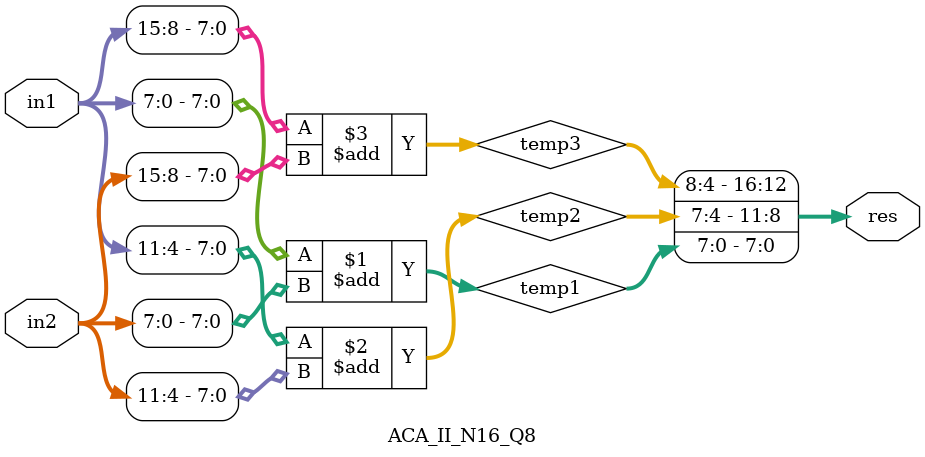
<source format=v>
`timescale 1ns / 1ps
module ACA_II_N16_Q8(
    input [15:0] in1,
    input [15:0] in2,
    output [16:0] res
    );

wire [8:0] temp1,temp2,temp3;

assign temp1[8:0] = in1[7:0] + in2[7:0];
assign temp2[8:0] = in1[11:4] + in2[11:4];
assign temp3[8:0] = in1[15:8] + in2[15:8];

assign res[16:0] = {temp3[8:4],temp2[7:4],temp1[7:0]};

endmodule


</source>
